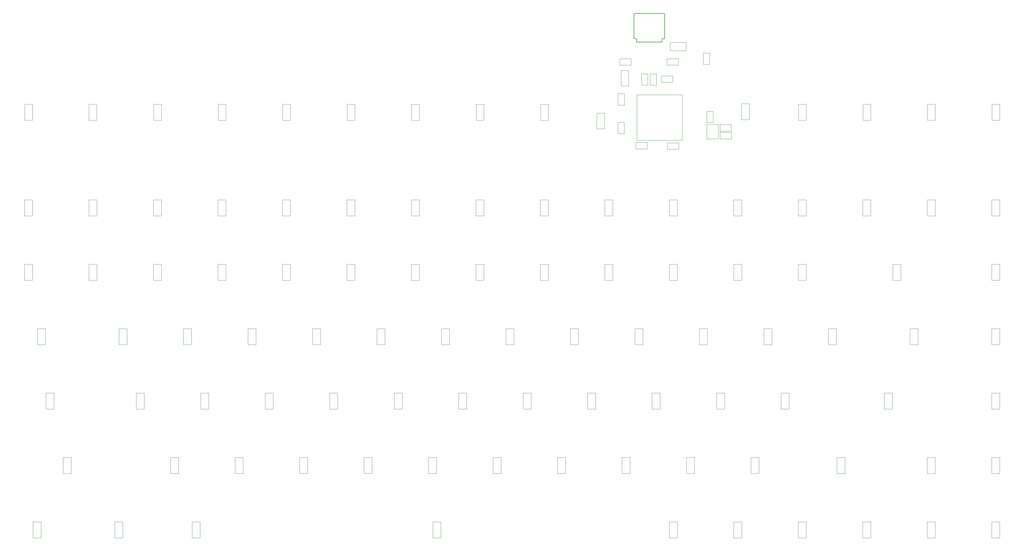
<source format=gbr>
G04 #@! TF.GenerationSoftware,KiCad,Pcbnew,(5.1.9-0-10_14)*
G04 #@! TF.CreationDate,2021-05-12T14:40:02+09:00*
G04 #@! TF.ProjectId,JupiterAdvanced,4a757069-7465-4724-9164-76616e636564,1*
G04 #@! TF.SameCoordinates,Original*
G04 #@! TF.FileFunction,Other,User*
%FSLAX46Y46*%
G04 Gerber Fmt 4.6, Leading zero omitted, Abs format (unit mm)*
G04 Created by KiCad (PCBNEW (5.1.9-0-10_14)) date 2021-05-12 14:40:02*
%MOMM*%
%LPD*%
G01*
G04 APERTURE LIST*
%ADD10C,0.050000*%
%ADD11C,0.150000*%
G04 APERTURE END LIST*
D10*
X268837500Y-88675000D02*
X273537500Y-88675000D01*
X268837500Y-86275000D02*
X268837500Y-88675000D01*
X273537500Y-86275000D02*
X268837500Y-86275000D01*
X273537500Y-88675000D02*
X273537500Y-86275000D01*
X259025000Y-101775000D02*
X272425000Y-101775000D01*
X259025000Y-115175000D02*
X272425000Y-115175000D01*
X259025000Y-101775000D02*
X259025000Y-115175000D01*
X272425000Y-101775000D02*
X272425000Y-115175000D01*
X260347420Y-95528580D02*
X260347420Y-98888580D01*
X262247420Y-95528580D02*
X260347420Y-95528580D01*
X262247420Y-98888580D02*
X262247420Y-95528580D01*
X260347420Y-98888580D02*
X262247420Y-98888580D01*
X262867100Y-95528580D02*
X262867100Y-98888580D01*
X264767100Y-95528580D02*
X262867100Y-95528580D01*
X264767100Y-98888580D02*
X264767100Y-95528580D01*
X262867100Y-98888580D02*
X264767100Y-98888580D01*
X283049100Y-114759520D02*
X279649100Y-114759520D01*
X279649100Y-114759520D02*
X279649100Y-110559520D01*
X279649100Y-110559520D02*
X283049100Y-110559520D01*
X283049100Y-110559520D02*
X283049100Y-114759520D01*
D11*
X266435000Y-86175000D02*
X266435000Y-85175000D01*
X258935000Y-86175000D02*
X266435000Y-86175000D01*
X258935000Y-85175000D02*
X258935000Y-86175000D01*
X258185000Y-77675000D02*
X258185000Y-85175000D01*
X267185000Y-77675000D02*
X258185000Y-77675000D01*
X267185000Y-85175000D02*
X267185000Y-77675000D01*
X266435000Y-85175000D02*
X267185000Y-85175000D01*
X258185000Y-85175000D02*
X258935000Y-85175000D01*
D10*
X280510020Y-89363520D02*
X278610020Y-89363520D01*
X278610020Y-89363520D02*
X278610020Y-92723520D01*
X278610020Y-92723520D02*
X280510020Y-92723520D01*
X280510020Y-92723520D02*
X280510020Y-89363520D01*
X258707500Y-115825000D02*
X258707500Y-117725000D01*
X258707500Y-117725000D02*
X262067500Y-117725000D01*
X262067500Y-117725000D02*
X262067500Y-115825000D01*
X262067500Y-115825000D02*
X258707500Y-115825000D01*
X257290120Y-92956420D02*
X257290120Y-91056420D01*
X257290120Y-91056420D02*
X253930120Y-91056420D01*
X253930120Y-91056420D02*
X253930120Y-92956420D01*
X253930120Y-92956420D02*
X257290120Y-92956420D01*
X267933620Y-91056420D02*
X267933620Y-92956420D01*
X267933620Y-92956420D02*
X271293620Y-92956420D01*
X271293620Y-92956420D02*
X271293620Y-91056420D01*
X271293620Y-91056420D02*
X267933620Y-91056420D01*
X254335420Y-99125120D02*
X256575420Y-99125120D01*
X256575420Y-99125120D02*
X256575420Y-94565120D01*
X256575420Y-94565120D02*
X254335420Y-94565120D01*
X254335420Y-94565120D02*
X254335420Y-99125120D01*
X366157120Y-232791620D02*
X366157120Y-228091620D01*
X366157120Y-228091620D02*
X363857120Y-228091620D01*
X363857120Y-228091620D02*
X363857120Y-232791620D01*
X366157120Y-232791620D02*
X363857120Y-232791620D01*
X366157120Y-213741620D02*
X366157120Y-209041620D01*
X366157120Y-209041620D02*
X363857120Y-209041620D01*
X363857120Y-209041620D02*
X363857120Y-213741620D01*
X366157120Y-213741620D02*
X363857120Y-213741620D01*
X366157120Y-194691620D02*
X366157120Y-189991620D01*
X366157120Y-189991620D02*
X363857120Y-189991620D01*
X363857120Y-189991620D02*
X363857120Y-194691620D01*
X366157120Y-194691620D02*
X363857120Y-194691620D01*
X366157120Y-175641620D02*
X366157120Y-170941620D01*
X366157120Y-170941620D02*
X363857120Y-170941620D01*
X363857120Y-170941620D02*
X363857120Y-175641620D01*
X366157120Y-175641620D02*
X363857120Y-175641620D01*
X366157120Y-156591620D02*
X366157120Y-151891620D01*
X366157120Y-151891620D02*
X363857120Y-151891620D01*
X363857120Y-151891620D02*
X363857120Y-156591620D01*
X366157120Y-156591620D02*
X363857120Y-156591620D01*
X366157120Y-137541620D02*
X366157120Y-132841620D01*
X366157120Y-132841620D02*
X363857120Y-132841620D01*
X363857120Y-132841620D02*
X363857120Y-137541620D01*
X366157120Y-137541620D02*
X363857120Y-137541620D01*
X366182520Y-109244820D02*
X366182520Y-104544820D01*
X366182520Y-104544820D02*
X363882520Y-104544820D01*
X363882520Y-104544820D02*
X363882520Y-109244820D01*
X366182520Y-109244820D02*
X363882520Y-109244820D01*
X347107120Y-232791620D02*
X347107120Y-228091620D01*
X347107120Y-228091620D02*
X344807120Y-228091620D01*
X344807120Y-228091620D02*
X344807120Y-232791620D01*
X347107120Y-232791620D02*
X344807120Y-232791620D01*
X347107120Y-213741620D02*
X347107120Y-209041620D01*
X347107120Y-209041620D02*
X344807120Y-209041620D01*
X344807120Y-209041620D02*
X344807120Y-213741620D01*
X347107120Y-213741620D02*
X344807120Y-213741620D01*
X342027120Y-175641620D02*
X342027120Y-170941620D01*
X342027120Y-170941620D02*
X339727120Y-170941620D01*
X339727120Y-170941620D02*
X339727120Y-175641620D01*
X342027120Y-175641620D02*
X339727120Y-175641620D01*
X336947120Y-156591620D02*
X336947120Y-151891620D01*
X336947120Y-151891620D02*
X334647120Y-151891620D01*
X334647120Y-151891620D02*
X334647120Y-156591620D01*
X336947120Y-156591620D02*
X334647120Y-156591620D01*
X347107120Y-137541620D02*
X347107120Y-132841620D01*
X347107120Y-132841620D02*
X344807120Y-132841620D01*
X344807120Y-132841620D02*
X344807120Y-137541620D01*
X347107120Y-137541620D02*
X344807120Y-137541620D01*
X347132520Y-109244820D02*
X347132520Y-104544820D01*
X347132520Y-104544820D02*
X344832520Y-104544820D01*
X344832520Y-104544820D02*
X344832520Y-109244820D01*
X347132520Y-109244820D02*
X344832520Y-109244820D01*
X328057120Y-232791620D02*
X328057120Y-228091620D01*
X328057120Y-228091620D02*
X325757120Y-228091620D01*
X325757120Y-228091620D02*
X325757120Y-232791620D01*
X328057120Y-232791620D02*
X325757120Y-232791620D01*
X320437120Y-213741620D02*
X320437120Y-209041620D01*
X320437120Y-209041620D02*
X318137120Y-209041620D01*
X318137120Y-209041620D02*
X318137120Y-213741620D01*
X320437120Y-213741620D02*
X318137120Y-213741620D01*
X334407120Y-194691620D02*
X334407120Y-189991620D01*
X334407120Y-189991620D02*
X332107120Y-189991620D01*
X332107120Y-189991620D02*
X332107120Y-194691620D01*
X334407120Y-194691620D02*
X332107120Y-194691620D01*
X317897120Y-175641620D02*
X317897120Y-170941620D01*
X317897120Y-170941620D02*
X315597120Y-170941620D01*
X315597120Y-170941620D02*
X315597120Y-175641620D01*
X317897120Y-175641620D02*
X315597120Y-175641620D01*
X328057120Y-137541620D02*
X328057120Y-132841620D01*
X328057120Y-132841620D02*
X325757120Y-132841620D01*
X325757120Y-132841620D02*
X325757120Y-137541620D01*
X328057120Y-137541620D02*
X325757120Y-137541620D01*
X328082520Y-109244820D02*
X328082520Y-104544820D01*
X328082520Y-104544820D02*
X325782520Y-104544820D01*
X325782520Y-104544820D02*
X325782520Y-109244820D01*
X328082520Y-109244820D02*
X325782520Y-109244820D01*
X309007120Y-232791620D02*
X309007120Y-228091620D01*
X309007120Y-228091620D02*
X306707120Y-228091620D01*
X306707120Y-228091620D02*
X306707120Y-232791620D01*
X309007120Y-232791620D02*
X306707120Y-232791620D01*
X303927120Y-194691620D02*
X303927120Y-189991620D01*
X303927120Y-189991620D02*
X301627120Y-189991620D01*
X301627120Y-189991620D02*
X301627120Y-194691620D01*
X303927120Y-194691620D02*
X301627120Y-194691620D01*
X298847120Y-175641620D02*
X298847120Y-170941620D01*
X298847120Y-170941620D02*
X296547120Y-170941620D01*
X296547120Y-170941620D02*
X296547120Y-175641620D01*
X298847120Y-175641620D02*
X296547120Y-175641620D01*
X309007120Y-156591620D02*
X309007120Y-151891620D01*
X309007120Y-151891620D02*
X306707120Y-151891620D01*
X306707120Y-151891620D02*
X306707120Y-156591620D01*
X309007120Y-156591620D02*
X306707120Y-156591620D01*
X309007120Y-137541620D02*
X309007120Y-132841620D01*
X309007120Y-132841620D02*
X306707120Y-132841620D01*
X306707120Y-132841620D02*
X306707120Y-137541620D01*
X309007120Y-137541620D02*
X306707120Y-137541620D01*
X309032520Y-109244820D02*
X309032520Y-104544820D01*
X309032520Y-104544820D02*
X306732520Y-104544820D01*
X306732520Y-104544820D02*
X306732520Y-109244820D01*
X309032520Y-109244820D02*
X306732520Y-109244820D01*
X289957120Y-232791620D02*
X289957120Y-228091620D01*
X289957120Y-228091620D02*
X287657120Y-228091620D01*
X287657120Y-228091620D02*
X287657120Y-232791620D01*
X289957120Y-232791620D02*
X287657120Y-232791620D01*
X295037120Y-213741620D02*
X295037120Y-209041620D01*
X295037120Y-209041620D02*
X292737120Y-209041620D01*
X292737120Y-209041620D02*
X292737120Y-213741620D01*
X295037120Y-213741620D02*
X292737120Y-213741620D01*
X284877120Y-194691620D02*
X284877120Y-189991620D01*
X284877120Y-189991620D02*
X282577120Y-189991620D01*
X282577120Y-189991620D02*
X282577120Y-194691620D01*
X284877120Y-194691620D02*
X282577120Y-194691620D01*
X279797120Y-175641620D02*
X279797120Y-170941620D01*
X279797120Y-170941620D02*
X277497120Y-170941620D01*
X277497120Y-170941620D02*
X277497120Y-175641620D01*
X279797120Y-175641620D02*
X277497120Y-175641620D01*
X289957120Y-156591620D02*
X289957120Y-151891620D01*
X289957120Y-151891620D02*
X287657120Y-151891620D01*
X287657120Y-151891620D02*
X287657120Y-156591620D01*
X289957120Y-156591620D02*
X287657120Y-156591620D01*
X289957120Y-137541620D02*
X289957120Y-132841620D01*
X289957120Y-132841620D02*
X287657120Y-132841620D01*
X287657120Y-132841620D02*
X287657120Y-137541620D01*
X289957120Y-137541620D02*
X287657120Y-137541620D01*
X292235020Y-109063020D02*
X292235020Y-104363020D01*
X292235020Y-104363020D02*
X289935020Y-104363020D01*
X289935020Y-104363020D02*
X289935020Y-109063020D01*
X292235020Y-109063020D02*
X289935020Y-109063020D01*
X270907120Y-232791620D02*
X270907120Y-228091620D01*
X270907120Y-228091620D02*
X268607120Y-228091620D01*
X268607120Y-228091620D02*
X268607120Y-232791620D01*
X270907120Y-232791620D02*
X268607120Y-232791620D01*
X275987120Y-213741620D02*
X275987120Y-209041620D01*
X275987120Y-209041620D02*
X273687120Y-209041620D01*
X273687120Y-209041620D02*
X273687120Y-213741620D01*
X275987120Y-213741620D02*
X273687120Y-213741620D01*
X265827120Y-194691620D02*
X265827120Y-189991620D01*
X265827120Y-189991620D02*
X263527120Y-189991620D01*
X263527120Y-189991620D02*
X263527120Y-194691620D01*
X265827120Y-194691620D02*
X263527120Y-194691620D01*
X260747120Y-175641620D02*
X260747120Y-170941620D01*
X260747120Y-170941620D02*
X258447120Y-170941620D01*
X258447120Y-170941620D02*
X258447120Y-175641620D01*
X260747120Y-175641620D02*
X258447120Y-175641620D01*
X270907120Y-156591620D02*
X270907120Y-151891620D01*
X270907120Y-151891620D02*
X268607120Y-151891620D01*
X268607120Y-151891620D02*
X268607120Y-156591620D01*
X270907120Y-156591620D02*
X268607120Y-156591620D01*
X270907120Y-137541620D02*
X270907120Y-132841620D01*
X270907120Y-132841620D02*
X268607120Y-132841620D01*
X268607120Y-132841620D02*
X268607120Y-137541620D01*
X270907120Y-137541620D02*
X268607120Y-137541620D01*
X256937120Y-213741620D02*
X256937120Y-209041620D01*
X256937120Y-209041620D02*
X254637120Y-209041620D01*
X254637120Y-209041620D02*
X254637120Y-213741620D01*
X256937120Y-213741620D02*
X254637120Y-213741620D01*
X246777120Y-194691620D02*
X246777120Y-189991620D01*
X246777120Y-189991620D02*
X244477120Y-189991620D01*
X244477120Y-189991620D02*
X244477120Y-194691620D01*
X246777120Y-194691620D02*
X244477120Y-194691620D01*
X241697120Y-175641620D02*
X241697120Y-170941620D01*
X241697120Y-170941620D02*
X239397120Y-170941620D01*
X239397120Y-170941620D02*
X239397120Y-175641620D01*
X241697120Y-175641620D02*
X239397120Y-175641620D01*
X251857120Y-156591620D02*
X251857120Y-151891620D01*
X251857120Y-151891620D02*
X249557120Y-151891620D01*
X249557120Y-151891620D02*
X249557120Y-156591620D01*
X251857120Y-156591620D02*
X249557120Y-156591620D01*
X251857120Y-137541620D02*
X251857120Y-132841620D01*
X251857120Y-132841620D02*
X249557120Y-132841620D01*
X249557120Y-132841620D02*
X249557120Y-137541620D01*
X251857120Y-137541620D02*
X249557120Y-137541620D01*
X249480720Y-111847860D02*
X249480720Y-107147860D01*
X249480720Y-107147860D02*
X247180720Y-107147860D01*
X247180720Y-107147860D02*
X247180720Y-111847860D01*
X249480720Y-111847860D02*
X247180720Y-111847860D01*
X237887120Y-213741620D02*
X237887120Y-209041620D01*
X237887120Y-209041620D02*
X235587120Y-209041620D01*
X235587120Y-209041620D02*
X235587120Y-213741620D01*
X237887120Y-213741620D02*
X235587120Y-213741620D01*
X227727120Y-194691620D02*
X227727120Y-189991620D01*
X227727120Y-189991620D02*
X225427120Y-189991620D01*
X225427120Y-189991620D02*
X225427120Y-194691620D01*
X227727120Y-194691620D02*
X225427120Y-194691620D01*
X222647120Y-175641620D02*
X222647120Y-170941620D01*
X222647120Y-170941620D02*
X220347120Y-170941620D01*
X220347120Y-170941620D02*
X220347120Y-175641620D01*
X222647120Y-175641620D02*
X220347120Y-175641620D01*
X232807120Y-156591620D02*
X232807120Y-151891620D01*
X232807120Y-151891620D02*
X230507120Y-151891620D01*
X230507120Y-151891620D02*
X230507120Y-156591620D01*
X232807120Y-156591620D02*
X230507120Y-156591620D01*
X232807120Y-137541620D02*
X232807120Y-132841620D01*
X232807120Y-132841620D02*
X230507120Y-132841620D01*
X230507120Y-132841620D02*
X230507120Y-137541620D01*
X232807120Y-137541620D02*
X230507120Y-137541620D01*
X232832520Y-109244820D02*
X232832520Y-104544820D01*
X232832520Y-104544820D02*
X230532520Y-104544820D01*
X230532520Y-104544820D02*
X230532520Y-109244820D01*
X232832520Y-109244820D02*
X230532520Y-109244820D01*
X218837120Y-213741620D02*
X218837120Y-209041620D01*
X218837120Y-209041620D02*
X216537120Y-209041620D01*
X216537120Y-209041620D02*
X216537120Y-213741620D01*
X218837120Y-213741620D02*
X216537120Y-213741620D01*
X208677120Y-194691620D02*
X208677120Y-189991620D01*
X208677120Y-189991620D02*
X206377120Y-189991620D01*
X206377120Y-189991620D02*
X206377120Y-194691620D01*
X208677120Y-194691620D02*
X206377120Y-194691620D01*
X203597120Y-175641620D02*
X203597120Y-170941620D01*
X203597120Y-170941620D02*
X201297120Y-170941620D01*
X201297120Y-170941620D02*
X201297120Y-175641620D01*
X203597120Y-175641620D02*
X201297120Y-175641620D01*
X213757120Y-156591620D02*
X213757120Y-151891620D01*
X213757120Y-151891620D02*
X211457120Y-151891620D01*
X211457120Y-151891620D02*
X211457120Y-156591620D01*
X213757120Y-156591620D02*
X211457120Y-156591620D01*
X213757120Y-137541620D02*
X213757120Y-132841620D01*
X213757120Y-132841620D02*
X211457120Y-132841620D01*
X211457120Y-132841620D02*
X211457120Y-137541620D01*
X213757120Y-137541620D02*
X211457120Y-137541620D01*
X213782520Y-109244820D02*
X213782520Y-104544820D01*
X213782520Y-104544820D02*
X211482520Y-104544820D01*
X211482520Y-104544820D02*
X211482520Y-109244820D01*
X213782520Y-109244820D02*
X211482520Y-109244820D01*
X201057120Y-232791620D02*
X201057120Y-228091620D01*
X201057120Y-228091620D02*
X198757120Y-228091620D01*
X198757120Y-228091620D02*
X198757120Y-232791620D01*
X201057120Y-232791620D02*
X198757120Y-232791620D01*
X199787120Y-213741620D02*
X199787120Y-209041620D01*
X199787120Y-209041620D02*
X197487120Y-209041620D01*
X197487120Y-209041620D02*
X197487120Y-213741620D01*
X199787120Y-213741620D02*
X197487120Y-213741620D01*
X189627120Y-194691620D02*
X189627120Y-189991620D01*
X189627120Y-189991620D02*
X187327120Y-189991620D01*
X187327120Y-189991620D02*
X187327120Y-194691620D01*
X189627120Y-194691620D02*
X187327120Y-194691620D01*
X184547120Y-175641620D02*
X184547120Y-170941620D01*
X184547120Y-170941620D02*
X182247120Y-170941620D01*
X182247120Y-170941620D02*
X182247120Y-175641620D01*
X184547120Y-175641620D02*
X182247120Y-175641620D01*
X194707120Y-156591620D02*
X194707120Y-151891620D01*
X194707120Y-151891620D02*
X192407120Y-151891620D01*
X192407120Y-151891620D02*
X192407120Y-156591620D01*
X194707120Y-156591620D02*
X192407120Y-156591620D01*
X194707120Y-137541620D02*
X194707120Y-132841620D01*
X194707120Y-132841620D02*
X192407120Y-132841620D01*
X192407120Y-132841620D02*
X192407120Y-137541620D01*
X194707120Y-137541620D02*
X192407120Y-137541620D01*
X194732520Y-109244820D02*
X194732520Y-104544820D01*
X194732520Y-104544820D02*
X192432520Y-104544820D01*
X192432520Y-104544820D02*
X192432520Y-109244820D01*
X194732520Y-109244820D02*
X192432520Y-109244820D01*
X180737120Y-213741620D02*
X180737120Y-209041620D01*
X180737120Y-209041620D02*
X178437120Y-209041620D01*
X178437120Y-209041620D02*
X178437120Y-213741620D01*
X180737120Y-213741620D02*
X178437120Y-213741620D01*
X170577120Y-194691620D02*
X170577120Y-189991620D01*
X170577120Y-189991620D02*
X168277120Y-189991620D01*
X168277120Y-189991620D02*
X168277120Y-194691620D01*
X170577120Y-194691620D02*
X168277120Y-194691620D01*
X165497120Y-175641620D02*
X165497120Y-170941620D01*
X165497120Y-170941620D02*
X163197120Y-170941620D01*
X163197120Y-170941620D02*
X163197120Y-175641620D01*
X165497120Y-175641620D02*
X163197120Y-175641620D01*
X175657120Y-156591620D02*
X175657120Y-151891620D01*
X175657120Y-151891620D02*
X173357120Y-151891620D01*
X173357120Y-151891620D02*
X173357120Y-156591620D01*
X175657120Y-156591620D02*
X173357120Y-156591620D01*
X175657120Y-137541620D02*
X175657120Y-132841620D01*
X175657120Y-132841620D02*
X173357120Y-132841620D01*
X173357120Y-132841620D02*
X173357120Y-137541620D01*
X175657120Y-137541620D02*
X173357120Y-137541620D01*
X175682520Y-109244820D02*
X175682520Y-104544820D01*
X175682520Y-104544820D02*
X173382520Y-104544820D01*
X173382520Y-104544820D02*
X173382520Y-109244820D01*
X175682520Y-109244820D02*
X173382520Y-109244820D01*
X161687120Y-213741620D02*
X161687120Y-209041620D01*
X161687120Y-209041620D02*
X159387120Y-209041620D01*
X159387120Y-209041620D02*
X159387120Y-213741620D01*
X161687120Y-213741620D02*
X159387120Y-213741620D01*
X151527120Y-194691620D02*
X151527120Y-189991620D01*
X151527120Y-189991620D02*
X149227120Y-189991620D01*
X149227120Y-189991620D02*
X149227120Y-194691620D01*
X151527120Y-194691620D02*
X149227120Y-194691620D01*
X146447120Y-175641620D02*
X146447120Y-170941620D01*
X146447120Y-170941620D02*
X144147120Y-170941620D01*
X144147120Y-170941620D02*
X144147120Y-175641620D01*
X146447120Y-175641620D02*
X144147120Y-175641620D01*
X156607120Y-156591620D02*
X156607120Y-151891620D01*
X156607120Y-151891620D02*
X154307120Y-151891620D01*
X154307120Y-151891620D02*
X154307120Y-156591620D01*
X156607120Y-156591620D02*
X154307120Y-156591620D01*
X156607120Y-137541620D02*
X156607120Y-132841620D01*
X156607120Y-132841620D02*
X154307120Y-132841620D01*
X154307120Y-132841620D02*
X154307120Y-137541620D01*
X156607120Y-137541620D02*
X154307120Y-137541620D01*
X156632520Y-109244820D02*
X156632520Y-104544820D01*
X156632520Y-104544820D02*
X154332520Y-104544820D01*
X154332520Y-104544820D02*
X154332520Y-109244820D01*
X156632520Y-109244820D02*
X154332520Y-109244820D01*
X129937120Y-232791620D02*
X129937120Y-228091620D01*
X129937120Y-228091620D02*
X127637120Y-228091620D01*
X127637120Y-228091620D02*
X127637120Y-232791620D01*
X129937120Y-232791620D02*
X127637120Y-232791620D01*
X142637120Y-213741620D02*
X142637120Y-209041620D01*
X142637120Y-209041620D02*
X140337120Y-209041620D01*
X140337120Y-209041620D02*
X140337120Y-213741620D01*
X142637120Y-213741620D02*
X140337120Y-213741620D01*
X132477120Y-194691620D02*
X132477120Y-189991620D01*
X132477120Y-189991620D02*
X130177120Y-189991620D01*
X130177120Y-189991620D02*
X130177120Y-194691620D01*
X132477120Y-194691620D02*
X130177120Y-194691620D01*
X127397120Y-175641620D02*
X127397120Y-170941620D01*
X127397120Y-170941620D02*
X125097120Y-170941620D01*
X125097120Y-170941620D02*
X125097120Y-175641620D01*
X127397120Y-175641620D02*
X125097120Y-175641620D01*
X137557120Y-156591620D02*
X137557120Y-151891620D01*
X137557120Y-151891620D02*
X135257120Y-151891620D01*
X135257120Y-151891620D02*
X135257120Y-156591620D01*
X137557120Y-156591620D02*
X135257120Y-156591620D01*
X137557120Y-137541620D02*
X137557120Y-132841620D01*
X137557120Y-132841620D02*
X135257120Y-132841620D01*
X135257120Y-132841620D02*
X135257120Y-137541620D01*
X137557120Y-137541620D02*
X135257120Y-137541620D01*
X137582520Y-109244820D02*
X137582520Y-104544820D01*
X137582520Y-104544820D02*
X135282520Y-104544820D01*
X135282520Y-104544820D02*
X135282520Y-109244820D01*
X137582520Y-109244820D02*
X135282520Y-109244820D01*
X123587120Y-213741620D02*
X123587120Y-209041620D01*
X123587120Y-209041620D02*
X121287120Y-209041620D01*
X121287120Y-209041620D02*
X121287120Y-213741620D01*
X123587120Y-213741620D02*
X121287120Y-213741620D01*
X113427120Y-194691620D02*
X113427120Y-189991620D01*
X113427120Y-189991620D02*
X111127120Y-189991620D01*
X111127120Y-189991620D02*
X111127120Y-194691620D01*
X113427120Y-194691620D02*
X111127120Y-194691620D01*
X108347120Y-175641620D02*
X108347120Y-170941620D01*
X108347120Y-170941620D02*
X106047120Y-170941620D01*
X106047120Y-170941620D02*
X106047120Y-175641620D01*
X108347120Y-175641620D02*
X106047120Y-175641620D01*
X118507120Y-156591620D02*
X118507120Y-151891620D01*
X118507120Y-151891620D02*
X116207120Y-151891620D01*
X116207120Y-151891620D02*
X116207120Y-156591620D01*
X118507120Y-156591620D02*
X116207120Y-156591620D01*
X118507120Y-137541620D02*
X118507120Y-132841620D01*
X118507120Y-132841620D02*
X116207120Y-132841620D01*
X116207120Y-132841620D02*
X116207120Y-137541620D01*
X118507120Y-137541620D02*
X116207120Y-137541620D01*
X118532520Y-109244820D02*
X118532520Y-104544820D01*
X118532520Y-104544820D02*
X116232520Y-104544820D01*
X116232520Y-104544820D02*
X116232520Y-109244820D01*
X118532520Y-109244820D02*
X116232520Y-109244820D01*
X107077120Y-232791620D02*
X107077120Y-228091620D01*
X107077120Y-228091620D02*
X104777120Y-228091620D01*
X104777120Y-228091620D02*
X104777120Y-232791620D01*
X107077120Y-232791620D02*
X104777120Y-232791620D01*
X91837120Y-213741620D02*
X91837120Y-209041620D01*
X91837120Y-209041620D02*
X89537120Y-209041620D01*
X89537120Y-209041620D02*
X89537120Y-213741620D01*
X91837120Y-213741620D02*
X89537120Y-213741620D01*
X99457120Y-156591620D02*
X99457120Y-151891620D01*
X99457120Y-151891620D02*
X97157120Y-151891620D01*
X97157120Y-151891620D02*
X97157120Y-156591620D01*
X99457120Y-156591620D02*
X97157120Y-156591620D01*
X99457120Y-137541620D02*
X99457120Y-132841620D01*
X99457120Y-132841620D02*
X97157120Y-132841620D01*
X97157120Y-132841620D02*
X97157120Y-137541620D01*
X99457120Y-137541620D02*
X97157120Y-137541620D01*
X99431720Y-109270220D02*
X99431720Y-104570220D01*
X99431720Y-104570220D02*
X97131720Y-104570220D01*
X97131720Y-104570220D02*
X97131720Y-109270220D01*
X99431720Y-109270220D02*
X97131720Y-109270220D01*
X82947120Y-232791620D02*
X82947120Y-228091620D01*
X82947120Y-228091620D02*
X80647120Y-228091620D01*
X80647120Y-228091620D02*
X80647120Y-232791620D01*
X82947120Y-232791620D02*
X80647120Y-232791620D01*
X86757120Y-194691620D02*
X86757120Y-189991620D01*
X86757120Y-189991620D02*
X84457120Y-189991620D01*
X84457120Y-189991620D02*
X84457120Y-194691620D01*
X86757120Y-194691620D02*
X84457120Y-194691620D01*
X84217120Y-175641620D02*
X84217120Y-170941620D01*
X84217120Y-170941620D02*
X81917120Y-170941620D01*
X81917120Y-170941620D02*
X81917120Y-175641620D01*
X84217120Y-175641620D02*
X81917120Y-175641620D01*
X80407120Y-156591620D02*
X80407120Y-151891620D01*
X80407120Y-151891620D02*
X78107120Y-151891620D01*
X78107120Y-151891620D02*
X78107120Y-156591620D01*
X80407120Y-156591620D02*
X78107120Y-156591620D01*
X80407120Y-137541620D02*
X80407120Y-132841620D01*
X80407120Y-132841620D02*
X78107120Y-132841620D01*
X78107120Y-132841620D02*
X78107120Y-137541620D01*
X80407120Y-137541620D02*
X78107120Y-137541620D01*
X80432520Y-109244820D02*
X80432520Y-104544820D01*
X80432520Y-104544820D02*
X78132520Y-104544820D01*
X78132520Y-104544820D02*
X78132520Y-109244820D01*
X80432520Y-109244820D02*
X78132520Y-109244820D01*
X269605000Y-98025000D02*
X269605000Y-96125000D01*
X269605000Y-96125000D02*
X266245000Y-96125000D01*
X266245000Y-96125000D02*
X266245000Y-98025000D01*
X266245000Y-98025000D02*
X269605000Y-98025000D01*
X283531520Y-110576320D02*
X283531520Y-112476320D01*
X283531520Y-112476320D02*
X286891520Y-112476320D01*
X286891520Y-112476320D02*
X286891520Y-110576320D01*
X286891520Y-110576320D02*
X283531520Y-110576320D01*
X283556920Y-112849620D02*
X283556920Y-114749620D01*
X283556920Y-114749620D02*
X286916920Y-114749620D01*
X286916920Y-114749620D02*
X286916920Y-112849620D01*
X286916920Y-112849620D02*
X283556920Y-112849620D01*
X255325920Y-101403120D02*
X253425920Y-101403120D01*
X253425920Y-101403120D02*
X253425920Y-104763120D01*
X253425920Y-104763120D02*
X255325920Y-104763120D01*
X255325920Y-104763120D02*
X255325920Y-101403120D01*
X268045000Y-115925000D02*
X268045000Y-117825000D01*
X268045000Y-117825000D02*
X271405000Y-117825000D01*
X271405000Y-117825000D02*
X271405000Y-115925000D01*
X271405000Y-115925000D02*
X268045000Y-115925000D01*
X281526020Y-106633220D02*
X279626020Y-106633220D01*
X279626020Y-106633220D02*
X279626020Y-109993220D01*
X279626020Y-109993220D02*
X281526020Y-109993220D01*
X281526020Y-109993220D02*
X281526020Y-106633220D01*
X253413220Y-113229420D02*
X255313220Y-113229420D01*
X255313220Y-113229420D02*
X255313220Y-109869420D01*
X255313220Y-109869420D02*
X253413220Y-109869420D01*
X253413220Y-109869420D02*
X253413220Y-113229420D01*
M02*

</source>
